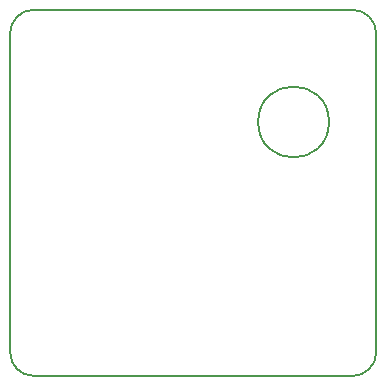
<source format=gko>
G04 #@! TF.FileFunction,Profile,NP*
%FSLAX46Y46*%
G04 Gerber Fmt 4.6, Leading zero omitted, Abs format (unit mm)*
G04 Created by KiCad (PCBNEW 4.0.6) date 06/27/19 09:12:53*
%MOMM*%
%LPD*%
G01*
G04 APERTURE LIST*
%ADD10C,0.100000*%
%ADD11C,0.150000*%
G04 APERTURE END LIST*
D10*
D11*
X226998000Y-122365000D02*
X226998000Y-95365000D01*
X257998000Y-95365000D02*
X257998000Y-122365000D01*
X255998000Y-124365000D02*
X228998000Y-124365000D01*
X228998000Y-93365000D02*
X255998000Y-93365000D01*
X253998000Y-102865000D02*
G75*
G03X253998000Y-102865000I-3000000J0D01*
G01*
X226998000Y-122365000D02*
G75*
G03X228998000Y-124365000I2000000J0D01*
G01*
X255998000Y-124365000D02*
G75*
G03X257998000Y-122365000I0J2000000D01*
G01*
X257998000Y-95365000D02*
G75*
G03X255998000Y-93365000I-2000000J0D01*
G01*
X228998000Y-93365000D02*
G75*
G03X226998000Y-95365000I0J-2000000D01*
G01*
M02*

</source>
